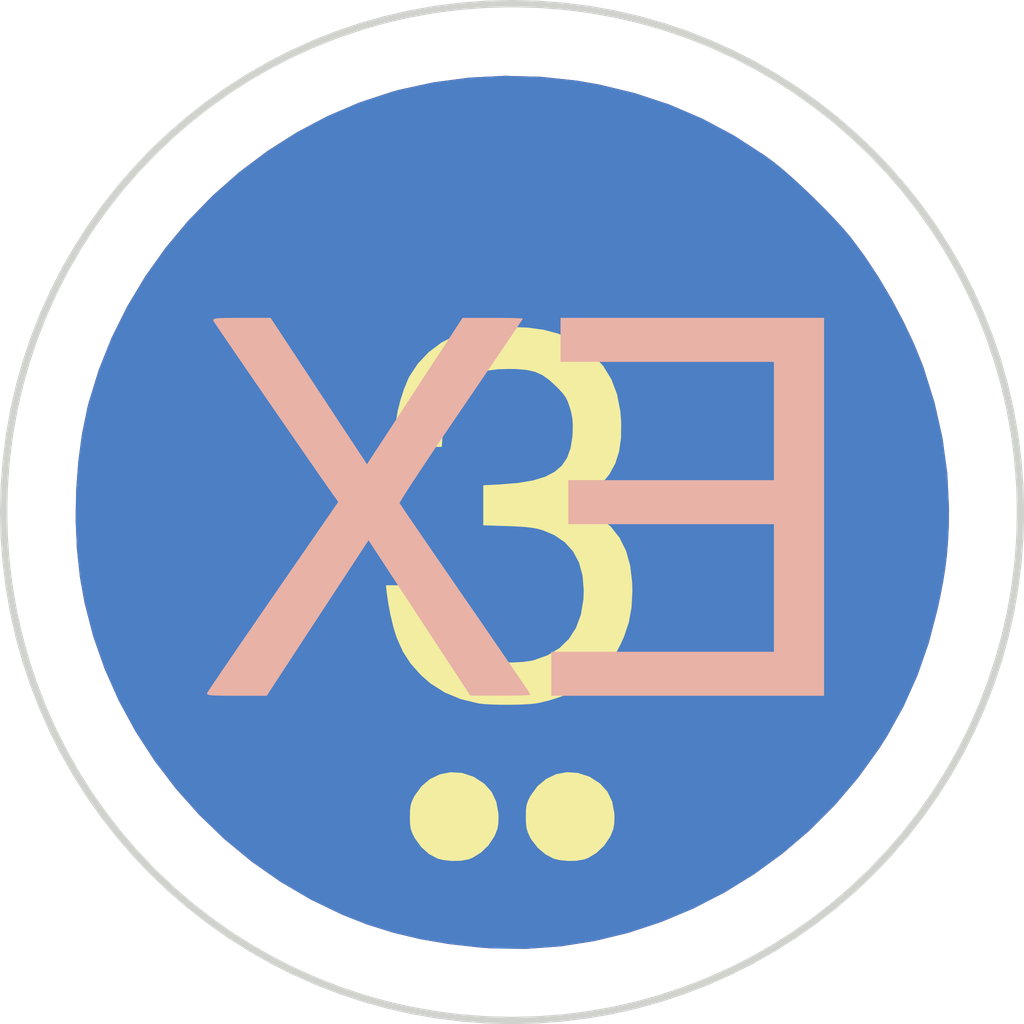
<source format=kicad_pcb>
(kicad_pcb (version 20171130) (host pcbnew 5.1.5+dfsg1-2build2)

  (general
    (thickness 1.6)
    (drawings 130)
    (tracks 0)
    (zones 0)
    (modules 4)
    (nets 1)
  )

  (page A4)
  (layers
    (0 F.Cu signal)
    (31 B.Cu signal)
    (32 B.Adhes user)
    (33 F.Adhes user)
    (34 B.Paste user)
    (35 F.Paste user)
    (36 B.SilkS user)
    (37 F.SilkS user)
    (38 B.Mask user)
    (39 F.Mask user)
    (40 Dwgs.User user)
    (41 Cmts.User user)
    (42 Eco1.User user)
    (43 Eco2.User user)
    (44 Edge.Cuts user)
    (45 Margin user)
    (46 B.CrtYd user)
    (47 F.CrtYd user)
    (48 B.Fab user)
    (49 F.Fab user)
  )

  (setup
    (last_trace_width 0.25)
    (trace_clearance 0.2)
    (zone_clearance 0.508)
    (zone_45_only no)
    (trace_min 0.2)
    (via_size 0.6)
    (via_drill 0.4)
    (via_min_size 0.4)
    (via_min_drill 0.3)
    (uvia_size 0.3)
    (uvia_drill 0.1)
    (uvias_allowed no)
    (uvia_min_size 0.2)
    (uvia_min_drill 0.1)
    (edge_width 0.15)
    (segment_width 0.2)
    (pcb_text_width 0.3)
    (pcb_text_size 1.5 1.5)
    (mod_edge_width 0.15)
    (mod_text_size 1 1)
    (mod_text_width 0.15)
    (pad_size 1.524 1.524)
    (pad_drill 0.762)
    (pad_to_mask_clearance 0.2)
    (aux_axis_origin 0 0)
    (visible_elements FFFFFF7F)
    (pcbplotparams
      (layerselection 0x010f0_ffffffff)
      (usegerberextensions false)
      (usegerberattributes false)
      (usegerberadvancedattributes false)
      (creategerberjobfile false)
      (excludeedgelayer true)
      (linewidth 0.100000)
      (plotframeref false)
      (viasonmask false)
      (mode 1)
      (useauxorigin false)
      (hpglpennumber 1)
      (hpglpenspeed 20)
      (hpglpendiameter 15.000000)
      (psnegative false)
      (psa4output false)
      (plotreference true)
      (plotvalue true)
      (plotinvisibletext false)
      (padsonsilk false)
      (subtractmaskfromsilk false)
      (outputformat 1)
      (mirror false)
      (drillshape 0)
      (scaleselection 1)
      (outputdirectory "gerbers/"))
  )

  (net 0 "")

  (net_class Default "This is the default net class."
    (clearance 0.2)
    (trace_width 0.25)
    (via_dia 0.6)
    (via_drill 0.4)
    (uvia_dia 0.3)
    (uvia_drill 0.1)
  )

  (module LOGO (layer F.Cu) (tedit 0) (tstamp 0)
    (at 0 0)
    (fp_text reference G*** (at 0 0) (layer F.SilkS) hide
      (effects (font (size 1.524 1.524) (thickness 0.3)))
    )
    (fp_text value LOGO (at 0.75 0) (layer F.SilkS) hide
      (effects (font (size 1.524 1.524) (thickness 0.3)))
    )
    (fp_poly (pts (xy -0.653666 -7.004494) (xy -0.162131 -6.951857) (xy 0.140773 -6.899218) (xy 0.632356 -6.7803)
      (xy 1.103543 -6.624376) (xy 1.555081 -6.431115) (xy 1.987714 -6.200188) (xy 2.402189 -5.931265)
      (xy 2.517121 -5.847596) (xy 2.632039 -5.756094) (xy 2.766843 -5.639358) (xy 2.91418 -5.504559)
      (xy 3.066697 -5.35887) (xy 3.217042 -5.209461) (xy 3.357863 -5.063506) (xy 3.481806 -4.928175)
      (xy 3.581519 -4.810642) (xy 3.586157 -4.804833) (xy 3.775778 -4.549418) (xy 3.963274 -4.26484)
      (xy 4.142561 -3.96199) (xy 4.307555 -3.65176) (xy 4.45217 -3.345041) (xy 4.570323 -3.052724)
      (xy 4.580125 -3.025609) (xy 4.730615 -2.544491) (xy 4.838822 -2.061537) (xy 4.904741 -1.576771)
      (xy 4.928369 -1.090217) (xy 4.924731 -0.85725) (xy 4.914848 -0.654055) (xy 4.89975 -0.467549)
      (xy 4.8778 -0.285602) (xy 4.847362 -0.096088) (xy 4.806797 0.113122) (xy 4.771477 0.277882)
      (xy 4.649815 0.744356) (xy 4.495622 1.186067) (xy 4.307054 1.607414) (xy 4.082268 2.012792)
      (xy 3.971125 2.187669) (xy 3.683055 2.587251) (xy 3.365904 2.959808) (xy 3.022156 3.3041)
      (xy 2.654298 3.618885) (xy 2.264815 3.902924) (xy 1.856194 4.154977) (xy 1.43092 4.373801)
      (xy 0.991479 4.558158) (xy 0.540358 4.706807) (xy 0.080041 4.818506) (xy -0.386985 4.892017)
      (xy -0.858235 4.926097) (xy -1.331223 4.919508) (xy -1.481666 4.908682) (xy -1.907703 4.861149)
      (xy -2.303099 4.79385) (xy -2.675558 4.704961) (xy -3.032785 4.592656) (xy -3.364929 4.462672)
      (xy -3.800305 4.253803) (xy -4.216549 4.009815) (xy -4.611722 3.733205) (xy -4.983884 3.426467)
      (xy -5.331093 3.092095) (xy -5.65141 2.732584) (xy -5.942893 2.350428) (xy -6.203602 1.948123)
      (xy -6.431597 1.528164) (xy -6.624937 1.093044) (xy -6.781682 0.645258) (xy -6.899891 0.187301)
      (xy -6.962158 -0.161807) (xy -7.003273 -0.542992) (xy -7.020364 -0.940226) (xy -7.013929 -1.343269)
      (xy -6.984464 -1.741884) (xy -6.932467 -2.12583) (xy -6.858435 -2.48487) (xy -6.847158 -2.529416)
      (xy -6.706761 -2.989062) (xy -6.52836 -3.435037) (xy -6.314157 -3.865115) (xy -6.066356 -4.277068)
      (xy -5.787161 -4.668668) (xy -5.478776 -5.037688) (xy -5.143404 -5.3819) (xy -4.78325 -5.699076)
      (xy -4.400517 -5.986988) (xy -3.997409 -6.24341) (xy -3.576129 -6.466113) (xy -3.138882 -6.652869)
      (xy -2.687871 -6.801451) (xy -2.596289 -6.82637) (xy -2.124388 -6.92893) (xy -1.639908 -6.992895)
      (xy -1.147963 -7.018128) (xy -0.653666 -7.004494)) (layer B.Cu) (width 0.01))
  )

  (module LOGO (layer F.Cu) (tedit 0) (tstamp 0)
    (at 0 0)
    (fp_text reference G*** (at 0 0) (layer F.SilkS) hide
      (effects (font (size 1.524 1.524) (thickness 0.3)))
    )
    (fp_text value LOGO (at 0.75 0) (layer F.SilkS) hide
      (effects (font (size 1.524 1.524) (thickness 0.3)))
    )
    (fp_poly (pts (xy -3.881803 -2.979208) (xy -3.769704 -2.808904) (xy -3.657291 -2.638166) (xy -3.548422 -2.472849)
      (xy -3.446952 -2.318808) (xy -3.356738 -2.181898) (xy -3.281638 -2.067975) (xy -3.225508 -1.982891)
      (xy -3.22047 -1.975261) (xy -3.036258 -1.696272) (xy -2.380671 -2.699967) (xy -1.725083 -3.703662)
      (xy -1.317625 -3.703914) (xy -1.191524 -3.703534) (xy -1.081289 -3.702326) (xy -0.993379 -3.700434)
      (xy -0.934253 -3.698) (xy -0.910368 -3.695168) (xy -0.910166 -3.694875) (xy -0.921789 -3.676298)
      (xy -0.955391 -3.625566) (xy -1.009077 -3.545482) (xy -1.080949 -3.438849) (xy -1.16911 -3.308469)
      (xy -1.271664 -3.157144) (xy -1.386713 -2.987679) (xy -1.512361 -2.802874) (xy -1.64671 -2.605532)
      (xy -1.757771 -2.442584) (xy -1.8976 -2.236953) (xy -2.029951 -2.041207) (xy -2.152944 -1.858193)
      (xy -2.264703 -1.690758) (xy -2.363351 -1.541749) (xy -2.447009 -1.414012) (xy -2.513799 -1.310396)
      (xy -2.561846 -1.233746) (xy -2.58927 -1.186909) (xy -2.595131 -1.172887) (xy -2.581718 -1.151526)
      (xy -2.546135 -1.098124) (xy -2.490285 -1.015466) (xy -2.41607 -0.906333) (xy -2.325393 -0.773508)
      (xy -2.220156 -0.619775) (xy -2.102261 -0.447915) (xy -1.973612 -0.260713) (xy -1.83611 -0.06095)
      (xy -1.69461 0.144313) (xy -1.550586 0.353251) (xy -1.413787 0.552038) (xy -1.286086 0.737931)
      (xy -1.169357 0.908185) (xy -1.065473 1.060057) (xy -0.97631 1.190805) (xy -0.90374 1.297683)
      (xy -0.849638 1.37795) (xy -0.815878 1.428861) (xy -0.804333 1.447658) (xy -0.824422 1.451581)
      (xy -0.880385 1.454914) (xy -0.965762 1.457468) (xy -1.074095 1.459056) (xy -1.198925 1.459492)
      (xy -1.211791 1.459466) (xy -1.61925 1.458432) (xy -2.317326 0.393258) (xy -3.015403 -0.671916)
      (xy -3.280695 -0.267166) (xy -3.357757 -0.149561) (xy -3.452895 -0.004318) (xy -3.561008 0.160773)
      (xy -3.676997 0.337925) (xy -3.795763 0.519349) (xy -3.912204 0.697255) (xy -3.978813 0.799042)
      (xy -4.41164 1.4605) (xy -4.822168 1.4605) (xy -4.964681 1.460147) (xy -5.069988 1.458812)
      (xy -5.143212 1.456084) (xy -5.189477 1.451551) (xy -5.213907 1.444802) (xy -5.221624 1.435425)
      (xy -5.220417 1.428503) (xy -5.206664 1.406274) (xy -5.170735 1.352024) (xy -5.114537 1.268548)
      (xy -5.039978 1.158639) (xy -4.948966 1.025093) (xy -4.843407 0.870703) (xy -4.72521 0.698263)
      (xy -4.596281 0.510568) (xy -4.45853 0.310412) (xy -4.315997 0.103682) (xy -3.423854 -1.189142)
      (xy -3.465009 -1.245446) (xy -3.498038 -1.291618) (xy -3.550638 -1.366402) (xy -3.620429 -1.466342)
      (xy -3.705031 -1.587982) (xy -3.802064 -1.727866) (xy -3.909147 -1.882539) (xy -4.023902 -2.048545)
      (xy -4.143948 -2.222428) (xy -4.266906 -2.400733) (xy -4.390394 -2.580004) (xy -4.512034 -2.756785)
      (xy -4.629446 -2.927621) (xy -4.740249 -3.089057) (xy -4.842063 -3.237635) (xy -4.932509 -3.369902)
      (xy -5.009207 -3.482401) (xy -5.069777 -3.571676) (xy -5.111838 -3.634272) (xy -5.133011 -3.666733)
      (xy -5.135048 -3.670338) (xy -5.135874 -3.682246) (xy -5.124353 -3.691011) (xy -5.095182 -3.697103)
      (xy -5.043058 -3.700992) (xy -4.962678 -3.703148) (xy -4.848741 -3.704041) (xy -4.753476 -3.704166)
      (xy -4.358923 -3.704166) (xy -3.881803 -2.979208)) (layer B.SilkS) (width 0.01))
    (fp_poly (pts (xy 3.217334 1.4605) (xy -0.508 1.4605) (xy -0.508 0.867834) (xy 2.54 0.867834)
      (xy 2.54 -0.889) (xy -0.275166 -0.889) (xy -0.275166 -1.481666) (xy 2.54 -1.481666)
      (xy 2.54 -3.1115) (xy -0.381 -3.1115) (xy -0.381 -3.704166) (xy 3.217334 -3.704166)
      (xy 3.217334 1.4605)) (layer B.SilkS) (width 0.01))
  )

  (module LOGO (layer F.Cu) (tedit 0) (tstamp 0)
    (at 0 0)
    (fp_text reference G*** (at 0 0) (layer F.SilkS) hide
      (effects (font (size 1.524 1.524) (thickness 0.3)))
    )
    (fp_text value LOGO (at 0.75 0) (layer F.SilkS) hide
      (effects (font (size 1.524 1.524) (thickness 0.3)))
    )
    (fp_poly (pts (xy -0.653666 -7.004494) (xy -0.162131 -6.951857) (xy 0.140773 -6.899218) (xy 0.632356 -6.7803)
      (xy 1.103543 -6.624376) (xy 1.555081 -6.431115) (xy 1.987714 -6.200188) (xy 2.402189 -5.931265)
      (xy 2.517121 -5.847596) (xy 2.632039 -5.756094) (xy 2.766843 -5.639358) (xy 2.91418 -5.504559)
      (xy 3.066697 -5.35887) (xy 3.217042 -5.209461) (xy 3.357863 -5.063506) (xy 3.481806 -4.928175)
      (xy 3.581519 -4.810642) (xy 3.586157 -4.804833) (xy 3.775778 -4.549418) (xy 3.963274 -4.26484)
      (xy 4.142561 -3.96199) (xy 4.307555 -3.65176) (xy 4.45217 -3.345041) (xy 4.570323 -3.052724)
      (xy 4.580125 -3.025609) (xy 4.730615 -2.544491) (xy 4.838822 -2.061537) (xy 4.904741 -1.576771)
      (xy 4.928369 -1.090217) (xy 4.924731 -0.85725) (xy 4.914848 -0.654055) (xy 4.89975 -0.467549)
      (xy 4.8778 -0.285602) (xy 4.847362 -0.096088) (xy 4.806797 0.113122) (xy 4.771477 0.277882)
      (xy 4.649815 0.744356) (xy 4.495622 1.186067) (xy 4.307054 1.607414) (xy 4.082268 2.012792)
      (xy 3.971125 2.187669) (xy 3.683055 2.587251) (xy 3.365904 2.959808) (xy 3.022156 3.3041)
      (xy 2.654298 3.618885) (xy 2.264815 3.902924) (xy 1.856194 4.154977) (xy 1.43092 4.373801)
      (xy 0.991479 4.558158) (xy 0.540358 4.706807) (xy 0.080041 4.818506) (xy -0.386985 4.892017)
      (xy -0.858235 4.926097) (xy -1.331223 4.919508) (xy -1.481666 4.908682) (xy -1.907703 4.861149)
      (xy -2.303099 4.79385) (xy -2.675558 4.704961) (xy -3.032785 4.592656) (xy -3.364929 4.462672)
      (xy -3.800305 4.253803) (xy -4.216549 4.009815) (xy -4.611722 3.733205) (xy -4.983884 3.426467)
      (xy -5.331093 3.092095) (xy -5.65141 2.732584) (xy -5.942893 2.350428) (xy -6.203602 1.948123)
      (xy -6.431597 1.528164) (xy -6.624937 1.093044) (xy -6.781682 0.645258) (xy -6.899891 0.187301)
      (xy -6.962158 -0.161807) (xy -7.003273 -0.542992) (xy -7.020364 -0.940226) (xy -7.013929 -1.343269)
      (xy -6.984464 -1.741884) (xy -6.932467 -2.12583) (xy -6.858435 -2.48487) (xy -6.847158 -2.529416)
      (xy -6.706761 -2.989062) (xy -6.52836 -3.435037) (xy -6.314157 -3.865115) (xy -6.066356 -4.277068)
      (xy -5.787161 -4.668668) (xy -5.478776 -5.037688) (xy -5.143404 -5.3819) (xy -4.78325 -5.699076)
      (xy -4.400517 -5.986988) (xy -3.997409 -6.24341) (xy -3.576129 -6.466113) (xy -3.138882 -6.652869)
      (xy -2.687871 -6.801451) (xy -2.596289 -6.82637) (xy -2.124388 -6.92893) (xy -1.639908 -6.992895)
      (xy -1.147963 -7.018128) (xy -0.653666 -7.004494)) (layer F.Cu) (width 0.01))
  )

  (module LOGO (layer F.Cu) (tedit 0) (tstamp 0)
    (at 0 0)
    (fp_text reference G*** (at 0 0) (layer F.SilkS) hide
      (effects (font (size 1.524 1.524) (thickness 0.3)))
    )
    (fp_text value LOGO (at 0.75 0) (layer F.SilkS) hide
      (effects (font (size 1.524 1.524) (thickness 0.3)))
    )
    (fp_poly (pts (xy -1.738027 2.526482) (xy -1.586536 2.57584) (xy -1.570492 2.583597) (xy -1.4353 2.671373)
      (xy -1.335695 2.781977) (xy -1.271452 2.915773) (xy -1.242351 3.073124) (xy -1.240441 3.12473)
      (xy -1.243183 3.21748) (xy -1.256069 3.289234) (xy -1.283858 3.360984) (xy -1.302714 3.399292)
      (xy -1.379586 3.513036) (xy -1.480995 3.610196) (xy -1.595095 3.680473) (xy -1.650188 3.701423)
      (xy -1.751994 3.719338) (xy -1.872131 3.722108) (xy -1.989619 3.710255) (xy -2.066177 3.691104)
      (xy -2.182699 3.629451) (xy -2.289453 3.534122) (xy -2.37689 3.413772) (xy -2.381924 3.404845)
      (xy -2.414797 3.340034) (xy -2.433712 3.282893) (xy -2.442286 3.216976) (xy -2.444137 3.125838)
      (xy -2.444124 3.122084) (xy -2.441587 3.028628) (xy -2.43233 2.960721) (xy -2.412648 2.901685)
      (xy -2.381299 2.839322) (xy -2.287349 2.708281) (xy -2.170203 2.609633) (xy -2.035705 2.545222)
      (xy -1.889698 2.516891) (xy -1.738027 2.526482)) (layer F.SilkS) (width 0.01))
    (fp_poly (pts (xy -0.149454 2.526648) (xy 0.00208 2.576362) (xy 0.017008 2.583597) (xy 0.1522 2.671373)
      (xy 0.251805 2.781977) (xy 0.316048 2.915773) (xy 0.345149 3.073124) (xy 0.347059 3.12473)
      (xy 0.344317 3.21748) (xy 0.331431 3.289234) (xy 0.303642 3.360984) (xy 0.284786 3.399292)
      (xy 0.207914 3.513036) (xy 0.106505 3.610196) (xy -0.007595 3.680473) (xy -0.062688 3.701423)
      (xy -0.164494 3.719338) (xy -0.284631 3.722108) (xy -0.402119 3.710255) (xy -0.478677 3.691104)
      (xy -0.589995 3.632756) (xy -0.694375 3.543711) (xy -0.779384 3.435245) (xy -0.799479 3.400168)
      (xy -0.83019 3.334034) (xy -0.847679 3.27141) (xy -0.855396 3.195575) (xy -0.856841 3.122084)
      (xy -0.855019 3.029665) (xy -0.846593 2.963003) (xy -0.827927 2.905626) (xy -0.795386 2.84106)
      (xy -0.794424 2.839322) (xy -0.699649 2.708004) (xy -0.582007 2.609263) (xy -0.447255 2.544913)
      (xy -0.301151 2.51677) (xy -0.149454 2.526648)) (layer F.SilkS) (width 0.01))
    (fp_poly (pts (xy -0.833134 -3.570296) (xy -0.618241 -3.54108) (xy -0.427898 -3.490619) (xy -0.255182 -3.417207)
      (xy -0.134497 -3.347003) (xy 0.047756 -3.207116) (xy 0.194139 -3.047112) (xy 0.305634 -2.865177)
      (xy 0.383222 -2.659494) (xy 0.427884 -2.428248) (xy 0.438916 -2.286) (xy 0.437 -2.067654)
      (xy 0.410593 -1.879085) (xy 0.357666 -1.714185) (xy 0.276188 -1.566849) (xy 0.164128 -1.43097)
      (xy 0.149816 -1.416429) (xy 0.07228 -1.34726) (xy -0.015354 -1.281564) (xy -0.094148 -1.233535)
      (xy -0.09433 -1.233443) (xy -0.218051 -1.170883) (xy -0.040234 -1.084404) (xy 0.146783 -0.975324)
      (xy 0.299446 -0.845699) (xy 0.418923 -0.69347) (xy 0.506382 -0.516578) (xy 0.562992 -0.312963)
      (xy 0.589921 -0.080564) (xy 0.592667 0.03175) (xy 0.581044 0.256293) (xy 0.544072 0.458961)
      (xy 0.478592 0.653931) (xy 0.430228 0.761085) (xy 0.372015 0.87226) (xy 0.314123 0.96136)
      (xy 0.244374 1.045287) (xy 0.170989 1.120919) (xy 0.0889 1.197267) (xy 0.001852 1.270411)
      (xy -0.076837 1.329463) (xy -0.11143 1.351815) (xy -0.233809 1.413716) (xy -0.381478 1.472833)
      (xy -0.537514 1.523233) (xy -0.68499 1.558978) (xy -0.719666 1.565111) (xy -0.806448 1.574502)
      (xy -0.922184 1.580763) (xy -1.054805 1.583882) (xy -1.192244 1.583847) (xy -1.322434 1.580648)
      (xy -1.433305 1.574274) (xy -1.506413 1.565843) (xy -1.752724 1.50631) (xy -1.972268 1.41486)
      (xy -2.167334 1.290366) (xy -2.297964 1.175613) (xy -2.434875 1.02139) (xy -2.539755 0.859744)
      (xy -2.622181 0.675467) (xy -2.634411 0.641478) (xy -2.673491 0.511633) (xy -2.710337 0.356565)
      (xy -2.741255 0.193361) (xy -2.760442 0.058209) (xy -2.772023 -0.042333) (xy -2.116666 -0.042333)
      (xy -2.116666 0.030366) (xy -2.11223 0.088848) (xy -2.100642 0.170172) (xy -2.085714 0.25021)
      (xy -2.025769 0.455286) (xy -1.938706 0.628032) (xy -1.823921 0.769118) (xy -1.68081 0.879214)
      (xy -1.508769 0.958992) (xy -1.424658 0.984427) (xy -1.316909 1.003336) (xy -1.183291 1.013381)
      (xy -1.039328 1.01458) (xy -0.900543 1.006953) (xy -0.782458 0.990518) (xy -0.752296 0.98359)
      (xy -0.560309 0.914858) (xy -0.398872 0.816998) (xy -0.268472 0.690691) (xy -0.169596 0.536615)
      (xy -0.102733 0.355448) (xy -0.068371 0.14787) (xy -0.0635 0.024572) (xy -0.079998 -0.18189)
      (xy -0.129397 -0.361898) (xy -0.211549 -0.515237) (xy -0.326309 -0.641695) (xy -0.473532 -0.741058)
      (xy -0.631789 -0.806545) (xy -0.703223 -0.826106) (xy -0.782935 -0.840562) (xy -0.880218 -0.851007)
      (xy -1.004368 -0.858539) (xy -1.105958 -0.862461) (xy -1.439333 -0.873415) (xy -1.439333 -1.411876)
      (xy -1.201208 -1.424181) (xy -0.963077 -1.443969) (xy -0.762937 -1.477874) (xy -0.598274 -1.527698)
      (xy -0.466578 -1.595244) (xy -0.365335 -1.682315) (xy -0.292033 -1.790713) (xy -0.244161 -1.922241)
      (xy -0.219206 -2.0787) (xy -0.215792 -2.131209) (xy -0.213316 -2.24325) (xy -0.219336 -2.332261)
      (xy -0.235883 -2.417047) (xy -0.253364 -2.479187) (xy -0.279931 -2.558274) (xy -0.309159 -2.619474)
      (xy -0.349651 -2.676276) (xy -0.41001 -2.742174) (xy -0.441038 -2.773497) (xy -0.541214 -2.865406)
      (xy -0.635901 -2.931369) (xy -0.735477 -2.975304) (xy -0.850315 -3.001128) (xy -0.990794 -3.012756)
      (xy -1.0795 -3.014505) (xy -1.246909 -3.009865) (xy -1.38356 -2.992387) (xy -1.499731 -2.959642)
      (xy -1.605696 -2.909205) (xy -1.655095 -2.878566) (xy -1.757292 -2.787855) (xy -1.846392 -2.663061)
      (xy -1.919097 -2.511284) (xy -1.97211 -2.339622) (xy -2.002135 -2.155177) (xy -2.0045 -2.126172)
      (xy -2.017121 -1.947333) (xy -2.670046 -1.947333) (xy -2.65794 -2.06375) (xy -2.648233 -2.156886)
      (xy -2.637538 -2.259223) (xy -2.633092 -2.30166) (xy -2.611293 -2.432344) (xy -2.573757 -2.580704)
      (xy -2.525774 -2.729299) (xy -2.472632 -2.860687) (xy -2.449163 -2.908205) (xy -2.334501 -3.08098)
      (xy -2.187265 -3.235785) (xy -2.015855 -3.365291) (xy -1.828672 -3.462173) (xy -1.802253 -3.472503)
      (xy -1.63166 -3.525209) (xy -1.445518 -3.559615) (xy -1.234723 -3.577074) (xy -1.0795 -3.579974)
      (xy -0.833134 -3.570296)) (layer F.SilkS) (width 0.01))
  )

  (gr_line (start 5.9113 -1.0498) (end 5.9028 -0.7046) (layer Edge.Cuts) (width 0.1))
  (gr_line (start 5.9028 -0.7046) (end 5.8774 -0.3618) (layer Edge.Cuts) (width 0.1))
  (gr_line (start 5.8774 -0.3618) (end 5.8351 -0.0219) (layer Edge.Cuts) (width 0.1))
  (gr_line (start 5.8351 -0.0219) (end 5.7764 0.3147) (layer Edge.Cuts) (width 0.1))
  (gr_line (start 5.7764 0.3147) (end 5.7014 0.647) (layer Edge.Cuts) (width 0.1))
  (gr_line (start 5.7014 0.647) (end 5.6105 0.9748) (layer Edge.Cuts) (width 0.1))
  (gr_line (start 5.6105 0.9748) (end 5.5037 1.2974) (layer Edge.Cuts) (width 0.1))
  (gr_line (start 5.5037 1.2974) (end 5.3814 1.6142) (layer Edge.Cuts) (width 0.1))
  (gr_line (start 5.3814 1.6142) (end 5.2439 1.9247) (layer Edge.Cuts) (width 0.1))
  (gr_line (start 5.2439 1.9247) (end 5.0913 2.2282) (layer Edge.Cuts) (width 0.1))
  (gr_line (start 5.0913 2.2282) (end 4.9239 2.5243) (layer Edge.Cuts) (width 0.1))
  (gr_line (start 4.9239 2.5243) (end 4.7418 2.8123) (layer Edge.Cuts) (width 0.1))
  (gr_line (start 4.7418 2.8123) (end 4.5454 3.0918) (layer Edge.Cuts) (width 0.1))
  (gr_line (start 4.5454 3.0918) (end 4.3349 3.362) (layer Edge.Cuts) (width 0.1))
  (gr_line (start 4.3349 3.362) (end 4.1105 3.6225) (layer Edge.Cuts) (width 0.1))
  (gr_line (start 4.1105 3.6225) (end 3.8725 3.8726) (layer Edge.Cuts) (width 0.1))
  (gr_line (start 3.8725 3.8726) (end 3.6223 4.1107) (layer Edge.Cuts) (width 0.1))
  (gr_line (start 3.6223 4.1107) (end 3.3619 4.335) (layer Edge.Cuts) (width 0.1))
  (gr_line (start 3.3619 4.335) (end 3.0916 4.5455) (layer Edge.Cuts) (width 0.1))
  (gr_line (start 3.0916 4.5455) (end 2.8122 4.742) (layer Edge.Cuts) (width 0.1))
  (gr_line (start 2.8122 4.742) (end 2.5241 4.924) (layer Edge.Cuts) (width 0.1))
  (gr_line (start 2.5241 4.924) (end 2.228 5.0915) (layer Edge.Cuts) (width 0.1))
  (gr_line (start 2.228 5.0915) (end 1.9245 5.2441) (layer Edge.Cuts) (width 0.1))
  (gr_line (start 1.9245 5.2441) (end 1.614 5.3816) (layer Edge.Cuts) (width 0.1))
  (gr_line (start 1.614 5.3816) (end 1.2973 5.5039) (layer Edge.Cuts) (width 0.1))
  (gr_line (start 1.2973 5.5039) (end 0.9746 5.6107) (layer Edge.Cuts) (width 0.1))
  (gr_line (start 0.9746 5.6107) (end 0.6469 5.7016) (layer Edge.Cuts) (width 0.1))
  (gr_line (start 0.6469 5.7016) (end 0.3145 5.7766) (layer Edge.Cuts) (width 0.1))
  (gr_line (start 0.3145 5.7766) (end -0.022 5.8353) (layer Edge.Cuts) (width 0.1))
  (gr_line (start -0.022 5.8353) (end -0.362 5.8775) (layer Edge.Cuts) (width 0.1))
  (gr_line (start -0.362 5.8775) (end -0.7047 5.903) (layer Edge.Cuts) (width 0.1))
  (gr_line (start -0.7047 5.903) (end -1.05 5.9115) (layer Edge.Cuts) (width 0.1))
  (gr_line (start -1.05 5.9115) (end -1.3952 5.903) (layer Edge.Cuts) (width 0.1))
  (gr_line (start -1.3952 5.903) (end -1.738 5.8775) (layer Edge.Cuts) (width 0.1))
  (gr_line (start -1.738 5.8775) (end -2.078 5.8353) (layer Edge.Cuts) (width 0.1))
  (gr_line (start -2.078 5.8353) (end -2.4144 5.7766) (layer Edge.Cuts) (width 0.1))
  (gr_line (start -2.4144 5.7766) (end -2.7468 5.7016) (layer Edge.Cuts) (width 0.1))
  (gr_line (start -2.7468 5.7016) (end -3.0746 5.6107) (layer Edge.Cuts) (width 0.1))
  (gr_line (start -3.0746 5.6107) (end -3.3972 5.5039) (layer Edge.Cuts) (width 0.1))
  (gr_line (start -3.3972 5.5039) (end -3.714 5.3816) (layer Edge.Cuts) (width 0.1))
  (gr_line (start -3.714 5.3816) (end -4.0244 5.2441) (layer Edge.Cuts) (width 0.1))
  (gr_line (start -4.0244 5.2441) (end -4.328 5.0915) (layer Edge.Cuts) (width 0.1))
  (gr_line (start -4.328 5.0915) (end -4.6241 4.924) (layer Edge.Cuts) (width 0.1))
  (gr_line (start -4.6241 4.924) (end -4.9122 4.742) (layer Edge.Cuts) (width 0.1))
  (gr_line (start -4.9122 4.742) (end -5.1915 4.5455) (layer Edge.Cuts) (width 0.1))
  (gr_line (start -5.1915 4.5455) (end -5.4618 4.335) (layer Edge.Cuts) (width 0.1))
  (gr_line (start -5.4618 4.335) (end -5.7222 4.1107) (layer Edge.Cuts) (width 0.1))
  (gr_line (start -5.7222 4.1107) (end -5.9724 3.8726) (layer Edge.Cuts) (width 0.1))
  (gr_line (start -5.9724 3.8726) (end -6.2104 3.6225) (layer Edge.Cuts) (width 0.1))
  (gr_line (start -6.2104 3.6225) (end -6.4349 3.362) (layer Edge.Cuts) (width 0.1))
  (gr_line (start -6.4349 3.362) (end -6.6453 3.0918) (layer Edge.Cuts) (width 0.1))
  (gr_line (start -6.6453 3.0918) (end -6.8417 2.8123) (layer Edge.Cuts) (width 0.1))
  (gr_line (start -6.8417 2.8123) (end -7.0238 2.5243) (layer Edge.Cuts) (width 0.1))
  (gr_line (start -7.0238 2.5243) (end -7.1912 2.2282) (layer Edge.Cuts) (width 0.1))
  (gr_line (start -7.1912 2.2282) (end -7.3438 1.9247) (layer Edge.Cuts) (width 0.1))
  (gr_line (start -7.3438 1.9247) (end -7.4814 1.6142) (layer Edge.Cuts) (width 0.1))
  (gr_line (start -7.4814 1.6142) (end -7.6036 1.2974) (layer Edge.Cuts) (width 0.1))
  (gr_line (start -7.6036 1.2974) (end -7.7104 0.9748) (layer Edge.Cuts) (width 0.1))
  (gr_line (start -7.7104 0.9748) (end -7.8014 0.647) (layer Edge.Cuts) (width 0.1))
  (gr_line (start -7.8014 0.647) (end -7.8763 0.3147) (layer Edge.Cuts) (width 0.1))
  (gr_line (start -7.8763 0.3147) (end -7.935 -0.0219) (layer Edge.Cuts) (width 0.1))
  (gr_line (start -7.935 -0.0219) (end -7.9773 -0.3618) (layer Edge.Cuts) (width 0.1))
  (gr_line (start -7.9773 -0.3618) (end -8.0028 -0.7046) (layer Edge.Cuts) (width 0.1))
  (gr_line (start -8.0028 -0.7046) (end -8.0113 -1.0498) (layer Edge.Cuts) (width 0.1))
  (gr_line (start -8.0113 -1.0498) (end -8.0023 -1.408) (layer Edge.Cuts) (width 0.1))
  (gr_line (start -8.0023 -1.408) (end -7.9754 -1.7615) (layer Edge.Cuts) (width 0.1))
  (gr_line (start -7.9754 -1.7615) (end -7.9312 -2.11) (layer Edge.Cuts) (width 0.1))
  (gr_line (start -7.9312 -2.11) (end -7.8699 -2.4527) (layer Edge.Cuts) (width 0.1))
  (gr_line (start -7.8699 -2.4527) (end -7.7922 -2.7895) (layer Edge.Cuts) (width 0.1))
  (gr_line (start -7.7922 -2.7895) (end -7.6984 -3.1199) (layer Edge.Cuts) (width 0.1))
  (gr_line (start -7.6984 -3.1199) (end -7.589 -3.4434) (layer Edge.Cuts) (width 0.1))
  (gr_line (start -7.589 -3.4434) (end -7.4643 -3.7594) (layer Edge.Cuts) (width 0.1))
  (gr_line (start -7.4643 -3.7594) (end -7.3249 -4.0679) (layer Edge.Cuts) (width 0.1))
  (gr_line (start -7.3249 -4.0679) (end -7.1711 -4.368) (layer Edge.Cuts) (width 0.1))
  (gr_line (start -7.1711 -4.368) (end -7.0035 -4.6595) (layer Edge.Cuts) (width 0.1))
  (gr_line (start -7.0035 -4.6595) (end -6.8224 -4.942) (layer Edge.Cuts) (width 0.1))
  (gr_line (start -6.8224 -4.942) (end -6.6284 -5.2149) (layer Edge.Cuts) (width 0.1))
  (gr_line (start -6.6284 -5.2149) (end -6.4217 -5.4779) (layer Edge.Cuts) (width 0.1))
  (gr_line (start -6.4217 -5.4779) (end -6.2029 -5.7305) (layer Edge.Cuts) (width 0.1))
  (gr_line (start -6.2029 -5.7305) (end -5.9724 -5.9722) (layer Edge.Cuts) (width 0.1))
  (gr_line (start -5.9724 -5.9722) (end -5.7306 -6.2027) (layer Edge.Cuts) (width 0.1))
  (gr_line (start -5.7306 -6.2027) (end -5.4781 -6.4215) (layer Edge.Cuts) (width 0.1))
  (gr_line (start -5.4781 -6.4215) (end -5.215 -6.6281) (layer Edge.Cuts) (width 0.1))
  (gr_line (start -5.215 -6.6281) (end -4.9422 -6.8222) (layer Edge.Cuts) (width 0.1))
  (gr_line (start -4.9422 -6.8222) (end -4.6597 -7.0034) (layer Edge.Cuts) (width 0.1))
  (gr_line (start -4.6597 -7.0034) (end -4.3682 -7.1709) (layer Edge.Cuts) (width 0.1))
  (gr_line (start -4.3682 -7.1709) (end -4.068 -7.3247) (layer Edge.Cuts) (width 0.1))
  (gr_line (start -4.068 -7.3247) (end -3.7597 -7.4641) (layer Edge.Cuts) (width 0.1))
  (gr_line (start -3.7597 -7.4641) (end -3.4436 -7.5888) (layer Edge.Cuts) (width 0.1))
  (gr_line (start -3.4436 -7.5888) (end -3.1201 -7.6981) (layer Edge.Cuts) (width 0.1))
  (gr_line (start -3.1201 -7.6981) (end -2.7897 -7.792) (layer Edge.Cuts) (width 0.1))
  (gr_line (start -2.7897 -7.792) (end -2.453 -7.8697) (layer Edge.Cuts) (width 0.1))
  (gr_line (start -2.453 -7.8697) (end -2.1102 -7.9309) (layer Edge.Cuts) (width 0.1))
  (gr_line (start -2.1102 -7.9309) (end -1.7617 -7.9752) (layer Edge.Cuts) (width 0.1))
  (gr_line (start -1.7617 -7.9752) (end -1.4083 -8.0021) (layer Edge.Cuts) (width 0.1))
  (gr_line (start -1.4083 -8.0021) (end -1.05 -8.0111) (layer Edge.Cuts) (width 0.1))
  (gr_line (start -1.05 -8.0111) (end -0.6917 -8.0021) (layer Edge.Cuts) (width 0.1))
  (gr_line (start -0.6917 -8.0021) (end -0.3383 -7.9752) (layer Edge.Cuts) (width 0.1))
  (gr_line (start -0.3383 -7.9752) (end 0.0102 -7.9309) (layer Edge.Cuts) (width 0.1))
  (gr_line (start 0.0102 -7.9309) (end 0.353 -7.8697) (layer Edge.Cuts) (width 0.1))
  (gr_line (start 0.353 -7.8697) (end 0.6898 -7.792) (layer Edge.Cuts) (width 0.1))
  (gr_line (start 0.6898 -7.792) (end 1.0201 -7.6981) (layer Edge.Cuts) (width 0.1))
  (gr_line (start 1.0201 -7.6981) (end 1.3436 -7.5888) (layer Edge.Cuts) (width 0.1))
  (gr_line (start 1.3436 -7.5888) (end 1.6597 -7.4641) (layer Edge.Cuts) (width 0.1))
  (gr_line (start 1.6597 -7.4641) (end 1.968 -7.3247) (layer Edge.Cuts) (width 0.1))
  (gr_line (start 1.968 -7.3247) (end 2.2682 -7.1709) (layer Edge.Cuts) (width 0.1))
  (gr_line (start 2.2682 -7.1709) (end 2.5598 -7.0034) (layer Edge.Cuts) (width 0.1))
  (gr_line (start 2.5598 -7.0034) (end 2.8422 -6.8222) (layer Edge.Cuts) (width 0.1))
  (gr_line (start 2.8422 -6.8222) (end 3.1151 -6.6281) (layer Edge.Cuts) (width 0.1))
  (gr_line (start 3.1151 -6.6281) (end 3.3781 -6.4215) (layer Edge.Cuts) (width 0.1))
  (gr_line (start 3.3781 -6.4215) (end 3.6306 -6.2027) (layer Edge.Cuts) (width 0.1))
  (gr_line (start 3.6306 -6.2027) (end 3.8725 -5.9722) (layer Edge.Cuts) (width 0.1))
  (gr_line (start 3.8725 -5.9722) (end 4.1029 -5.7305) (layer Edge.Cuts) (width 0.1))
  (gr_line (start 4.1029 -5.7305) (end 4.3218 -5.4779) (layer Edge.Cuts) (width 0.1))
  (gr_line (start 4.3218 -5.4779) (end 4.5284 -5.2149) (layer Edge.Cuts) (width 0.1))
  (gr_line (start 4.5284 -5.2149) (end 4.7225 -4.942) (layer Edge.Cuts) (width 0.1))
  (gr_line (start 4.7225 -4.942) (end 4.9035 -4.6595) (layer Edge.Cuts) (width 0.1))
  (gr_line (start 4.9035 -4.6595) (end 5.0712 -4.368) (layer Edge.Cuts) (width 0.1))
  (gr_line (start 5.0712 -4.368) (end 5.2249 -4.0679) (layer Edge.Cuts) (width 0.1))
  (gr_line (start 5.2249 -4.0679) (end 5.3643 -3.7594) (layer Edge.Cuts) (width 0.1))
  (gr_line (start 5.3643 -3.7594) (end 5.489 -3.4434) (layer Edge.Cuts) (width 0.1))
  (gr_line (start 5.489 -3.4434) (end 5.5984 -3.1199) (layer Edge.Cuts) (width 0.1))
  (gr_line (start 5.5984 -3.1199) (end 5.6922 -2.7895) (layer Edge.Cuts) (width 0.1))
  (gr_line (start 5.6922 -2.7895) (end 5.7699 -2.4527) (layer Edge.Cuts) (width 0.1))
  (gr_line (start 5.7699 -2.4527) (end 5.8312 -2.11) (layer Edge.Cuts) (width 0.1))
  (gr_line (start 5.8312 -2.11) (end 5.8754 -1.7615) (layer Edge.Cuts) (width 0.1))
  (gr_line (start 5.8754 -1.7615) (end 5.9023 -1.408) (layer Edge.Cuts) (width 0.1))
  (gr_line (start 5.9023 -1.408) (end 5.9113 -1.0498) (layer Edge.Cuts) (width 0.1))
  (gr_line (start 5.9113 -1.0498) (end 5.9113 -1.0498) (layer Edge.Cuts) (width 0.1))
  (gr_line (start 5.9113 -1.0498) (end 5.9113 -1.0498) (layer Edge.Cuts) (width 0.1))

)

</source>
